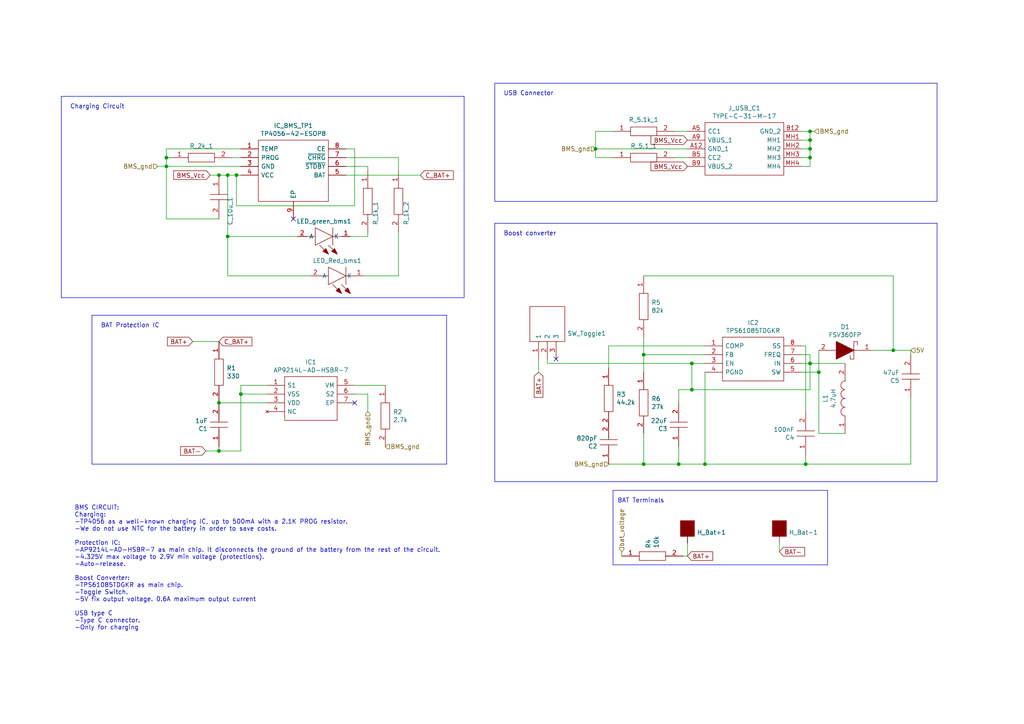
<source format=kicad_sch>
(kicad_sch (version 20231120) (generator "eeschema") (generator_version "8.0")
  (paper "A4")
  (title_block (title "BMS") (date "2024-01-03") (rev "V1.2") (company "Making Devices") (comment 1 "Rubén G.S."))
  (lib_symbols
    (symbol "Library_Loader:AP9214L-AN-HSBR-7" (pin_names (offset 0.762))
      (property "Reference" "IC" (at 21.59 7.62 0))
      (property "Value" "AP9214L-AN-HSBR-7" (at 21.59 5.08 0))
      (symbol "AP9214L-AN-HSBR-7_0_0"
        (pin passive line (at 0 0 0) (length 5.08) (name "S1") (number "1"))
        (pin passive line (at 0 -2.54 0) (length 5.08) (name "VSS") (number "2"))
        (pin passive line (at 0 -5.08 0) (length 5.08) (name "VDD") (number "3"))
        (pin no_connect line (at 0 -7.62 0) (length 5.08) (name "NC") (number "4"))
        (pin passive line (at 25.4 0 180) (length 5.08) (name "VM") (number "5"))
        (pin passive line (at 25.4 -2.54 180) (length 5.08) (name "S2") (number "6"))
        (pin passive line (at 25.4 -5.08 180) (length 5.08) (name "EP") (number "7"))
      )
      (symbol "AP9214L-AN-HSBR-7_0_1"
        (polyline (pts (xy 5.08 2.54) (xy 20.32 2.54) (xy 20.32 -10.16) (xy 5.08 -10.16) (xy 5.08 2.54)) (stroke (width 0.1524)))
      )
    )
    (symbol "Library_Loader:C0805C475M8RACTU" (pin_names (offset 0.762))
      (property "Reference" "C" (at 8.89 6.35 0))
      (property "Value" "C0805C475M8RACTU" (at 8.89 3.81 0))
      (symbol "C0805C475M8RACTU_0_0"
        (pin passive line (at 0 0 0) (length 5.08) (name "~") (number "1"))
        (pin passive line (at 12.7 0 180) (length 5.08) (name "~") (number "2"))
      )
      (symbol "C0805C475M8RACTU_0_1"
        (polyline (pts (xy 5.08 0) (xy 5.588 0)) (stroke (width 0.1524)))
        (polyline (pts (xy 5.588 2.54) (xy 5.588 -2.54)) (stroke (width 0.1524)))
        (polyline (pts (xy 7.112 0) (xy 7.62 0)) (stroke (width 0.1524)))
        (polyline (pts (xy 7.112 2.54) (xy 7.112 -2.54)) (stroke (width 0.1524)))
      )
    )
    (symbol "Library_Loader:ERJP6WF1303V" (pin_names (offset 0.762))
      (property "Reference" "R" (at 13.97 6.35 0))
      (property "Value" "ERJP6WF1303V" (at 13.97 3.81 0))
      (symbol "ERJP6WF1303V_0_0"
        (pin passive line (at 0 0 0) (length 5.08) (name "~") (number "1"))
        (pin passive line (at 17.78 0 180) (length 5.08) (name "~") (number "2"))
      )
      (symbol "ERJP6WF1303V_0_1"
        (polyline (pts (xy 5.08 1.27) (xy 12.7 1.27) (xy 12.7 -1.27) (xy 5.08 -1.27) (xy 5.08 1.27)) (stroke (width 0.1524)))
      )
    )
    (symbol "Library_Loader:FSV360FP" (pin_names (offset 0.762))
      (property "Reference" "D" (at 12.7 8.89 0))
      (property "Value" "FSV360FP" (at 12.7 6.35 0))
      (symbol "FSV360FP_0_0"
        (pin passive line (at 2.54 0 0) (length 2.54) (name "~") (number "1"))
        (pin passive line (at 17.78 0 180) (length 2.54) (name "~") (number "2"))
      )
      (symbol "FSV360FP_0_1"
        (polyline (pts (xy 5.08 0) (xy 7.62 0)) (stroke (width 0.1524)))
        (polyline (pts (xy 7.62 2.54) (xy 7.62 -2.54)) (stroke (width 0.1524)))
        (polyline (pts (xy 12.7 0) (xy 15.24 0)) (stroke (width 0.1524)))
        (polyline (pts (xy 7.62 -2.54) (xy 6.604 -2.54) (xy 6.604 -1.524)) (stroke (width 0.1524)))
        (polyline (pts (xy 7.62 2.54) (xy 8.636 2.54) (xy 8.636 1.524)) (stroke (width 0.1524)))
        (polyline (pts (xy 7.62 0) (xy 12.7 2.54) (xy 12.7 -2.54) (xy 7.62 0)) (stroke (width 0.254)) (fill (type outline)))
      )
    )
    (symbol "Library_Loader:SRN6045-4R7Y" (pin_names (offset 0.762))
      (property "Reference" "L" (at 16.51 6.35 0))
      (property "Value" "SRN6045-4R7Y" (at 16.51 3.81 0))
      (symbol "SRN6045-4R7Y_0_0"
        (pin passive line (at 0 0 0) (length 5.08) (name "~") (number "1"))
        (pin passive line (at 20.32 0 180) (length 5.08) (name "~") (number "2"))
      )
      (symbol "SRN6045-4R7Y_0_1"
        (arc (start 7.62 0) (mid 6.35 1.2202) (end 5.08 0) (stroke (width 0.1524)))
        (arc (start 10.16 0) (mid 8.89 1.2202) (end 7.62 0) (stroke (width 0.1524)))
        (arc (start 12.7 0) (mid 11.43 1.2202) (end 10.16 0) (stroke (width 0.1524)))
        (arc (start 15.24 0) (mid 13.97 1.2202) (end 12.7 0) (stroke (width 0.1524)))
      )
    )
    (symbol "Library_Loader:TPS61085TDGKR" (pin_names (offset 0.762))
      (property "Reference" "IC" (at 24.13 7.62 0))
      (property "Value" "TPS61085TDGKR" (at 24.13 5.08 0))
      (symbol "TPS61085TDGKR_0_0"
        (pin passive line (at 0 0 0) (length 5.08) (name "COMP") (number "1"))
        (pin passive line (at 0 -2.54 0) (length 5.08) (name "FB") (number "2"))
        (pin passive line (at 0 -5.08 0) (length 5.08) (name "EN") (number "3"))
        (pin passive line (at 0 -7.62 0) (length 5.08) (name "PGND") (number "4"))
        (pin passive line (at 27.94 -7.62 180) (length 5.08) (name "SW") (number "5"))
        (pin passive line (at 27.94 -5.08 180) (length 5.08) (name "IN") (number "6"))
        (pin passive line (at 27.94 -2.54 180) (length 5.08) (name "FREQ") (number "7"))
        (pin passive line (at 27.94 0 180) (length 5.08) (name "SS") (number "8"))
      )
      (symbol "TPS61085TDGKR_0_1"
        (polyline (pts (xy 5.08 2.54) (xy 22.86 2.54) (xy 22.86 -10.16) (xy 5.08 -10.16) (xy 5.08 2.54)) (stroke (width 0.1524)))
      )
    )
    (symbol "PicBytesMicro-rescue:GCG21BR71H154KA01K-SamacSys_Parts" (pin_names (offset 0.762))
      (property "Reference" "C" (at 8.89 6.35 0))
      (property "Value" "GCG21BR71H154KA01K-SamacSys_Parts" (at 8.89 3.81 0))
      (symbol "GCG21BR71H154KA01K-SamacSys_Parts_0_0"
        (pin passive line (at 0 0 0) (length 5.08) (name "~") (number "1"))
        (pin passive line (at 12.7 0 180) (length 5.08) (name "~") (number "2"))
      )
      (symbol "GCG21BR71H154KA01K-SamacSys_Parts_0_1"
        (polyline (pts (xy 5.08 0) (xy 5.588 0)) (stroke (width 0.1524)))
        (polyline (pts (xy 5.588 2.54) (xy 5.588 -2.54)) (stroke (width 0.1524)))
        (polyline (pts (xy 7.112 0) (xy 7.62 0)) (stroke (width 0.1524)))
        (polyline (pts (xy 7.112 2.54) (xy 7.112 -2.54)) (stroke (width 0.1524)))
      )
    )
    (symbol "PicBytesMicro-rescue:K3-1260D-L1-SamacSys_Parts" (pin_names (offset 0.762))
      (property "Reference" "S" (at 16.51 7.62 0))
      (property "Value" "K3-1260D-L1-SamacSys_Parts" (at 16.51 5.08 0))
      (symbol "K3-1260D-L1-SamacSys_Parts_0_0"
        (pin passive line (at 0 0 0) (length 5.08) (name "1") (number "1"))
        (pin passive line (at 0 -2.54 0) (length 5.08) (name "2") (number "2"))
        (pin passive line (at 0 -5.08 0) (length 5.08) (name "3") (number "3"))
      )
      (symbol "K3-1260D-L1-SamacSys_Parts_0_1"
        (polyline (pts (xy 5.08 2.54) (xy 15.24 2.54) (xy 15.24 -7.62) (xy 5.08 -7.62) (xy 5.08 2.54)) (stroke (width 0.1524)))
      )
    )
    (symbol "PicBytesMicro-rescue:KTR10EZPF4220-SamacSys_Parts" (pin_names (offset 0.762))
      (property "Reference" "R" (at 13.97 6.35 0))
      (property "Value" "KTR10EZPF4220-SamacSys_Parts" (at 13.97 3.81 0))
      (symbol "KTR10EZPF4220-SamacSys_Parts_0_0"
        (pin passive line (at 0 0 0) (length 5.08) (name "~") (number "1"))
        (pin passive line (at 17.78 0 180) (length 5.08) (name "~") (number "2"))
      )
      (symbol "KTR10EZPF4220-SamacSys_Parts_0_1"
        (polyline (pts (xy 5.08 1.27) (xy 12.7 1.27) (xy 12.7 -1.27) (xy 5.08 -1.27) (xy 5.08 1.27)) (stroke (width 0.1524)))
      )
    )
    (symbol "PicBytesMicro-rescue:LTST-C171GKT-SamacSys_Parts" (pin_names (offset 0.762))
      (property "Reference" "LED" (at 12.7 8.89 0))
      (property "Value" "LTST-C171GKT-SamacSys_Parts" (at 12.7 6.35 0))
      (symbol "LTST-C171GKT-SamacSys_Parts_0_0"
        (pin passive line (at 0 0 0) (length 2.54) (name "K") (number "1"))
        (pin passive line (at 15.24 0 180) (length 2.54) (name "A") (number "2"))
      )
      (symbol "LTST-C171GKT-SamacSys_Parts_0_1"
        (polyline (pts (xy 2.54 0) (xy 5.08 0)) (stroke (width 0.1524)))
        (polyline (pts (xy 5.08 2.54) (xy 5.08 -2.54)) (stroke (width 0.1524)))
        (polyline (pts (xy 6.35 2.54) (xy 3.81 5.08)) (stroke (width 0.1524)))
        (polyline (pts (xy 8.89 2.54) (xy 6.35 5.08)) (stroke (width 0.1524)))
        (polyline (pts (xy 10.16 0) (xy 12.7 0)) (stroke (width 0.1524)))
        (polyline (pts (xy 5.08 0) (xy 10.16 2.54) (xy 10.16 -2.54) (xy 5.08 0)) (stroke (width 0.1524)))
        (polyline (pts (xy 5.334 4.318) (xy 4.572 3.556) (xy 3.81 5.08) (xy 5.334 4.318)) (stroke (width 0.254)) (fill (type outline)))
        (polyline (pts (xy 7.874 4.318) (xy 7.112 3.556) (xy 6.35 5.08) (xy 7.874 4.318)) (stroke (width 0.254)) (fill (type outline)))
      )
    )
    (symbol "PicBytesMicro-rescue:MountingHole_Pad-User_library-SamacSys_Parts-HVolt_sub-system-FIT" (pin_numbers hide) (pin_names (offset 1.016) hide)
      (property "Reference" "H" (at 0 6.35 0))
      (property "Value" "MountingHole_Pad-User_library-SamacSys_Parts-HVolt_sub-system-FIT" (at 0 4.445 0))
      (symbol "MountingHole_Pad-User_library-SamacSys_Parts-HVolt_sub-system-FIT_0_1"
        (circle (center 0 1.27) (radius 1.27) (stroke (width 1.27)))
        (rectangle (start 2.032 -0.635) (end -2.032 3.937) (fill (type outline)))
      )
      (symbol "MountingHole_Pad-User_library-SamacSys_Parts-HVolt_sub-system-FIT_1_1"
        (pin input line (at 0 -2.54 90) (length 2.54) (name "1") (number "1"))
      )
    )
    (symbol "PicBytesMicro-rescue:TP4056-42-ESOP8-SamacSys_Parts" (pin_names (offset 0.762))
      (property "Reference" "IC" (at 26.67 7.62 0))
      (property "Value" "TP4056-42-ESOP8-SamacSys_Parts" (at 26.67 5.08 0))
      (symbol "TP4056-42-ESOP8-SamacSys_Parts_0_0"
        (pin passive line (at 0 0 0) (length 5.08) (name "TEMP") (number "1"))
        (pin passive line (at 0 -2.54 0) (length 5.08) (name "PROG") (number "2"))
        (pin passive line (at 0 -5.08 0) (length 5.08) (name "GND") (number "3"))
        (pin passive line (at 0 -7.62 0) (length 5.08) (name "VCC") (number "4"))
        (pin passive line (at 30.48 -7.62 180) (length 5.08) (name "BAT") (number "5"))
        (pin passive line (at 30.48 -5.08 180) (length 5.08) (name "~{STDBY}") (number "6"))
        (pin passive line (at 30.48 -2.54 180) (length 5.08) (name "~{CHRG}") (number "7"))
        (pin passive line (at 30.48 0 180) (length 5.08) (name "CE") (number "8"))
        (pin passive line (at 15.24 -20.32 90) (length 5.08) (name "EP") (number "9"))
      )
      (symbol "TP4056-42-ESOP8-SamacSys_Parts_0_1"
        (polyline (pts (xy 5.08 2.54) (xy 25.4 2.54) (xy 25.4 -15.24) (xy 5.08 -15.24) (xy 5.08 2.54)) (stroke (width 0.1524)))
      )
    )
    (symbol "PicBytesMicro-rescue:TYPE-C-31-M-17-SamacSys_Parts" (pin_names (offset 0.762))
      (property "Reference" "J" (at 29.21 7.62 0))
      (property "Value" "TYPE-C-31-M-17-SamacSys_Parts" (at 29.21 5.08 0))
      (symbol "TYPE-C-31-M-17-SamacSys_Parts_0_0"
        (pin passive line (at 0 -5.08 0) (length 5.08) (name "GND_1") (number "A12"))
        (pin passive line (at 0 0 0) (length 5.08) (name "CC1") (number "A5"))
        (pin passive line (at 0 -2.54 0) (length 5.08) (name "VBUS_1") (number "A9"))
        (pin passive line (at 33.02 0 180) (length 5.08) (name "GND_2") (number "B12"))
        (pin passive line (at 0 -7.62 0) (length 5.08) (name "CC2") (number "B5"))
        (pin passive line (at 0 -10.16 0) (length 5.08) (name "VBUS_2") (number "B9"))
        (pin passive line (at 33.02 -2.54 180) (length 5.08) (name "MH1") (number "MH1"))
        (pin passive line (at 33.02 -5.08 180) (length 5.08) (name "MH2") (number "MH2"))
        (pin passive line (at 33.02 -7.62 180) (length 5.08) (name "MH3") (number "MH3"))
        (pin passive line (at 33.02 -10.16 180) (length 5.08) (name "MH4") (number "MH4"))
      )
      (symbol "TYPE-C-31-M-17-SamacSys_Parts_0_1"
        (polyline (pts (xy 5.08 2.54) (xy 27.94 2.54) (xy 27.94 -12.7) (xy 5.08 -12.7) (xy 5.08 2.54)) (stroke (width 0.1524)))
      )
    )
  )
  (junction (at 66.04 50.8))
  (junction (at 196.85 134.62))
  (junction (at 233.68 134.62))
  (junction (at 63.5 130.81))
  (junction (at 204.47 134.62))
  (junction (at 186.69 102.87))
  (junction (at 234.95 43.18))
  (junction (at 48.26 45.72))
  (junction (at 172.72 43.18))
  (junction (at 234.95 40.64))
  (junction (at 234.95 105.41))
  (junction (at 63.5 116.84))
  (junction (at 186.69 134.62))
  (junction (at 237.49 107.95))
  (junction (at 69.85 114.3))
  (junction (at 234.95 45.72))
  (junction (at 48.26 48.26))
  (junction (at 63.5 50.8))
  (junction (at 200.66 113.03))
  (junction (at 200.66 105.41))
  (junction (at 234.95 38.1))
  (junction (at 68.58 50.8))
  (junction (at 66.04 68.58))
  (junction (at 259.08 101.6))
  (no_connect (at 161.29 104.14))
  (no_connect (at 102.87 116.84))
  (no_connect (at 85.09 63.5))
  (wire (pts (xy 200.66 113.03) (xy 200.66 105.41)))
  (wire (pts (xy 196.85 116.84) (xy 196.85 113.03)))
  (wire (pts (xy 63.5 99.06) (xy 55.88 99.06)))
  (wire (pts (xy 196.85 129.54) (xy 196.85 134.62)))
  (wire (pts (xy 234.95 45.72) (xy 234.95 48.26)))
  (wire (pts (xy 186.69 80.01) (xy 259.08 80.01)))
  (wire (pts (xy 259.08 101.6) (xy 252.73 101.6)))
  (polyline (pts (xy 143.51 64.77) (xy 143.51 139.7)))
  (wire (pts (xy 86.36 68.58) (xy 66.04 68.58)))
  (wire (pts (xy 48.26 48.26) (xy 45.72 48.26)))
  (wire (pts (xy 186.69 134.62) (xy 196.85 134.62)))
  (wire (pts (xy 196.85 113.03) (xy 200.66 113.03)))
  (wire (pts (xy 199.39 38.1) (xy 195.58 38.1)))
  (wire (pts (xy 233.68 134.62) (xy 264.16 134.62)))
  (wire (pts (xy 198.12 161.29) (xy 199.39 161.29)))
  (wire (pts (xy 236.22 38.1) (xy 234.95 38.1)))
  (wire (pts (xy 158.75 105.41) (xy 200.66 105.41)))
  (wire (pts (xy 234.95 38.1) (xy 232.41 38.1)))
  (wire (pts (xy 176.53 134.62) (xy 186.69 134.62)))
  (polyline (pts (xy 177.8 163.83) (xy 240.03 163.83)))
  (polyline (pts (xy 271.78 139.7) (xy 271.78 64.77)))
  (wire (pts (xy 115.57 80.01) (xy 105.41 80.01)))
  (wire (pts (xy 234.95 105.41) (xy 234.95 113.03)))
  (wire (pts (xy 69.85 43.18) (xy 48.26 43.18)))
  (wire (pts (xy 158.75 105.41) (xy 158.75 104.14)))
  (wire (pts (xy 69.85 130.81) (xy 63.5 130.81)))
  (wire (pts (xy 199.39 45.72) (xy 195.58 45.72)))
  (wire (pts (xy 100.33 45.72) (xy 115.57 45.72)))
  (polyline (pts (xy 17.78 86.36) (xy 134.62 86.36)))
  (wire (pts (xy 69.85 114.3) (xy 77.47 114.3)))
  (polyline (pts (xy 143.51 139.7) (xy 271.78 139.7)))
  (polyline (pts (xy 271.78 24.13) (xy 271.78 58.42)))
  (wire (pts (xy 233.68 100.33) (xy 232.41 100.33)))
  (wire (pts (xy 233.68 119.38) (xy 233.68 100.33)))
  (wire (pts (xy 115.57 45.72) (xy 115.57 49.53)))
  (polyline (pts (xy 129.54 134.62) (xy 26.67 134.62)))
  (wire (pts (xy 200.66 113.03) (xy 234.95 113.03)))
  (wire (pts (xy 186.69 107.95) (xy 186.69 102.87)))
  (wire (pts (xy 69.85 48.26) (xy 48.26 48.26)))
  (wire (pts (xy 196.85 134.62) (xy 204.47 134.62)))
  (polyline (pts (xy 240.03 142.24) (xy 177.8 142.24)))
  (wire (pts (xy 204.47 134.62) (xy 233.68 134.62)))
  (wire (pts (xy 204.47 102.87) (xy 186.69 102.87)))
  (wire (pts (xy 115.57 67.31) (xy 115.57 80.01)))
  (wire (pts (xy 172.72 38.1) (xy 172.72 43.18)))
  (wire (pts (xy 101.6 68.58) (xy 106.68 68.58)))
  (polyline (pts (xy 271.78 58.42) (xy 143.51 58.42)))
  (wire (pts (xy 176.53 100.33) (xy 176.53 106.68)))
  (wire (pts (xy 106.68 114.3) (xy 102.87 114.3)))
  (wire (pts (xy 106.68 49.53) (xy 106.68 48.26)))
  (wire (pts (xy 63.5 50.8) (xy 60.96 50.8)))
  (wire (pts (xy 106.68 48.26) (xy 100.33 48.26)))
  (wire (pts (xy 176.53 121.92) (xy 176.53 124.46)))
  (wire (pts (xy 66.04 68.58) (xy 66.04 80.01)))
  (polyline (pts (xy 17.78 27.94) (xy 17.78 86.36)))
  (wire (pts (xy 180.34 160.02) (xy 180.34 161.29)))
  (wire (pts (xy 204.47 107.95) (xy 204.47 134.62)))
  (wire (pts (xy 63.5 130.81) (xy 63.5 129.54)))
  (wire (pts (xy 234.95 40.64) (xy 234.95 43.18)))
  (wire (pts (xy 204.47 100.33) (xy 176.53 100.33)))
  (wire (pts (xy 259.08 80.01) (xy 259.08 101.6)))
  (wire (pts (xy 69.85 50.8) (xy 68.58 50.8)))
  (wire (pts (xy 172.72 45.72) (xy 172.72 43.18)))
  (wire (pts (xy 69.85 114.3) (xy 69.85 130.81)))
  (wire (pts (xy 232.41 48.26) (xy 234.95 48.26)))
  (wire (pts (xy 69.85 111.76) (xy 69.85 114.3)))
  (wire (pts (xy 49.53 45.72) (xy 48.26 45.72)))
  (wire (pts (xy 68.58 59.69) (xy 68.58 50.8)))
  (polyline (pts (xy 129.54 91.44) (xy 129.54 134.62)))
  (wire (pts (xy 186.69 97.79) (xy 186.69 102.87)))
  (polyline (pts (xy 26.67 91.44) (xy 129.54 91.44)))
  (wire (pts (xy 199.39 43.18) (xy 172.72 43.18)))
  (wire (pts (xy 48.26 63.5) (xy 48.26 48.26)))
  (polyline (pts (xy 134.62 27.94) (xy 134.62 86.36)))
  (wire (pts (xy 264.16 102.87) (xy 264.16 101.6)))
  (wire (pts (xy 234.95 105.41) (xy 232.41 105.41)))
  (wire (pts (xy 63.5 63.5) (xy 48.26 63.5)))
  (polyline (pts (xy 240.03 163.83) (xy 240.03 142.24)))
  (wire (pts (xy 226.06 160.02) (xy 226.06 157.48)))
  (wire (pts (xy 237.49 107.95) (xy 237.49 101.6)))
  (wire (pts (xy 234.95 102.87) (xy 234.95 105.41)))
  (wire (pts (xy 102.87 59.69) (xy 68.58 59.69)))
  (wire (pts (xy 59.69 130.81) (xy 63.5 130.81)))
  (wire (pts (xy 232.41 107.95) (xy 237.49 107.95)))
  (wire (pts (xy 200.66 105.41) (xy 204.47 105.41)))
  (wire (pts (xy 77.47 111.76) (xy 69.85 111.76)))
  (wire (pts (xy 66.04 50.8) (xy 63.5 50.8)))
  (wire (pts (xy 232.41 40.64) (xy 234.95 40.64)))
  (polyline (pts (xy 271.78 64.77) (xy 143.51 64.77)))
  (polyline (pts (xy 143.51 24.13) (xy 271.78 24.13)))
  (wire (pts (xy 264.16 115.57) (xy 264.16 134.62)))
  (wire (pts (xy 237.49 107.95) (xy 237.49 125.73)))
  (wire (pts (xy 66.04 68.58) (xy 66.04 50.8)))
  (polyline (pts (xy 134.62 27.94) (xy 17.78 27.94)))
  (wire (pts (xy 233.68 132.08) (xy 233.68 134.62)))
  (wire (pts (xy 102.87 43.18) (xy 102.87 59.69)))
  (wire (pts (xy 68.58 50.8) (xy 66.04 50.8)))
  (wire (pts (xy 106.68 119.38) (xy 106.68 114.3)))
  (polyline (pts (xy 143.51 58.42) (xy 143.51 24.13)))
  (wire (pts (xy 111.76 111.76) (xy 102.87 111.76)))
  (wire (pts (xy 48.26 43.18) (xy 48.26 45.72)))
  (wire (pts (xy 232.41 102.87) (xy 234.95 102.87)))
  (polyline (pts (xy 26.67 134.62) (xy 26.67 91.44)))
  (wire (pts (xy 67.31 45.72) (xy 69.85 45.72)))
  (wire (pts (xy 264.16 101.6) (xy 259.08 101.6)))
  (wire (pts (xy 237.49 125.73) (xy 245.11 125.73)))
  (wire (pts (xy 177.8 45.72) (xy 172.72 45.72)))
  (polyline (pts (xy 177.8 142.24) (xy 177.8 163.83)))
  (wire (pts (xy 245.11 105.41) (xy 234.95 105.41)))
  (wire (pts (xy 234.95 38.1) (xy 234.95 40.64)))
  (wire (pts (xy 100.33 43.18) (xy 102.87 43.18)))
  (wire (pts (xy 186.69 125.73) (xy 186.69 134.62)))
  (wire (pts (xy 156.21 104.14) (xy 156.21 107.95)))
  (wire (pts (xy 234.95 43.18) (xy 234.95 45.72)))
  (wire (pts (xy 177.8 38.1) (xy 172.72 38.1)))
  (wire (pts (xy 77.47 116.84) (xy 63.5 116.84)))
  (wire (pts (xy 48.26 45.72) (xy 48.26 48.26)))
  (wire (pts (xy 106.68 68.58) (xy 106.68 67.31)))
  (wire (pts (xy 232.41 43.18) (xy 234.95 43.18)))
  (wire (pts (xy 199.39 161.29) (xy 199.39 157.48)))
  (wire (pts (xy 232.41 45.72) (xy 234.95 45.72)))
  (wire (pts (xy 90.17 80.01) (xy 66.04 80.01)))
  (wire (pts (xy 100.33 50.8) (xy 121.92 50.8)))
  (text "Boost converter" (at 146.05 68.58 0) (effects (font (size 1.27 1.27)) (justify left bottom)))
  (text "BMS CIRCUIT:\nCharging:\n-TP4056 as a well-known charging IC, up to 500mA with a 2.1K PROG resistor.\n-We do not use NTC for the battery in order to save costs.\n\nProtection IC:\n-AP9214L-AD-HSBR-7 as main chip. It disconnects the ground of the battery from the rest of the circuit.\n-4.325V max voltage to 2.9V min voltage (protections).\n-Auto-release. \n\nBoost Converter:\n-TPS61085TDGKR as main chip. \n-Toggle Switch.\n-5V fix output voltage. 0.6A maximum output current \n\nUSB type C \n-Type C connector.\n-Only for charging" (at 21.59 182.88 0) (effects (font (size 1.27 1.27)) (justify left bottom)))
  (text "BAT Protection IC" (at 29.21 95.25 0) (effects (font (size 1.27 1.27)) (justify left bottom)))
  (text "USB Connector\n" (at 146.05 27.94 0) (effects (font (size 1.27 1.27)) (justify left bottom)))
  (text "BAT Terminals" (at 179.07 146.05 0) (effects (font (size 1.27 1.27)) (justify left bottom)))
  (text "Charging Circuit" (at 20.32 31.75 0) (effects (font (size 1.27 1.27)) (justify left bottom)))
  (global_label "BAT-" (shape input) (at 59.69 130.81 180) (property "Intersheetrefs" "${INTERSHEET_REFS}" (effects (hide yes))))
  (global_label "BAT+" (shape input) (at 199.39 161.29 0) (property "Intersheetrefs" "${INTERSHEET_REFS}" (effects (hide yes))))
  (global_label "BAT-" (shape input) (at 226.06 160.02 0) (property "Intersheetrefs" "${INTERSHEET_REFS}" (effects (hide yes))))
  (global_label "C_BAT+" (shape input) (at 63.5 99.06 0) (property "Intersheetrefs" "${INTERSHEET_REFS}" (effects (hide yes))))
  (global_label "C_BAT+" (shape input) (at 121.92 50.8 0) (property "Intersheetrefs" "${INTERSHEET_REFS}" (effects (hide yes))))
  (global_label "BAT+" (shape input) (at 55.88 99.06 180) (property "Intersheetrefs" "${INTERSHEET_REFS}" (effects (hide yes))))
  (global_label "BMS_Vcc" (shape input) (at 199.39 48.26 180) (property "Intersheetrefs" "${INTERSHEET_REFS}" (effects (hide yes))))
  (global_label "BMS_Vcc" (shape input) (at 60.96 50.8 180) (property "Intersheetrefs" "${INTERSHEET_REFS}" (effects (hide yes))))
  (global_label "BAT+" (shape input) (at 156.21 107.95 270) (property "Intersheetrefs" "${INTERSHEET_REFS}" (effects (hide yes))))
  (global_label "BMS_Vcc" (shape input) (at 199.39 40.64 180) (property "Intersheetrefs" "${INTERSHEET_REFS}" (effects (hide yes))))
  (hierarchical_label "BMS_gnd" (shape input) (at 236.22 38.1 0))
  (hierarchical_label "5V" (shape input) (at 264.16 101.6 0))
  (hierarchical_label "BMS_gnd" (shape input) (at 106.68 119.38 270))
  (hierarchical_label "BMS_gnd" (shape input) (at 111.76 129.54 0))
  (hierarchical_label "bat_voltage" (shape input) (at 180.34 160.02 90))
  (hierarchical_label "BMS_gnd" (shape input) (at 172.72 43.18 180))
  (hierarchical_label "BMS_gnd" (shape input) (at 45.72 48.26 180))
  (hierarchical_label "BMS_gnd" (shape input) (at 176.53 134.62 180))
  (symbol (lib_id "PicBytesMicro-rescue:TP4056-42-ESOP8-SamacSys_Parts") (at 69.85 43.18 0) (unit 1)
    (property "Reference" "IC_BMS_TP1" (at 85.09 36.449 0))
    (property "Value" "TP4056-42-ESOP8" (at 85.09 38.7604 0))
    (property "Footprint" "SOIC127P600X175-9N" (effects (hide yes)))
    (property "Datasheet" "https://datasheet.lcsc.com/szlcsc/1906261508_Nanjing-Extension-Microelectronics-TP4056-42-ESOP8_C16581.pdf" (effects (hide yes)))
    (property "Description" "PMIC - Battery Management ESOP-8 RoHS" (effects (hide yes)))
    (property "Height" "1.75" (effects (hide yes)))
    (property "Manufacturer_Name" "Nanjing Extension Microelectronics" (effects (hide yes)))
    (property "Manufacturer_Part_Number" "TP4056-42-ESOP8" (effects (hide yes)))
  )
  (symbol (lib_id "PicBytesMicro-rescue:KTR10EZPF4220-SamacSys_Parts") (at 49.53 45.72 0) (unit 1)
    (property "Reference" "R_2k_1" (at 58.42 42.3418 0))
    (property "Value" "KTR10EZPF4220" (effects (hide yes)))
    (property "Footprint" "RESC2012X65N" (effects (hide yes)))
    (property "Datasheet" "http://rohmfs.rohm.com/en/products/databook/datasheet/passive/resistor/chip_resistor/ktr.pdf" (effects (hide yes)))
    (property "Description" "ROHM 0805 Resistor Chip" (effects (hide yes)))
    (property "Height" "0.65" (effects (hide yes)))
    (property "Manufacturer_Name" "ROHM Semiconductor" (effects (hide yes)))
    (property "Manufacturer_Part_Number" "KTR10EZPF4220" (effects (hide yes)))
  )
  (symbol (lib_id "PicBytesMicro-rescue:TYPE-C-31-M-17-SamacSys_Parts") (at 199.39 38.1 0) (unit 1)
    (property "Reference" "J_USB_C1" (at 215.9 31.369 0))
    (property "Value" "TYPE-C-31-M-17" (at 215.9 33.6804 0))
    (property "Footprint" "TYPEC31M17" (effects (hide yes)))
    (property "Datasheet" "https://datasheet.lcsc.com/szlcsc/1903211732_Korean-Hroparts-Elec-TYPE-C-31-M-17_C283540.pdf" (effects (hide yes)))
    (property "Description" "USB Connectors 6 Receptacle 1 RoHS" (effects (hide yes)))
    (property "Height" "3.26" (effects (hide yes)))
    (property "Manufacturer_Name" "Korean Hroparts Elec" (effects (hide yes)))
    (property "Manufacturer_Part_Number" "TYPE-C-31-M-17" (effects (hide yes)))
  )
  (symbol (lib_id "PicBytesMicro-rescue:GCG21BR71H154KA01K-SamacSys_Parts") (at 63.5 50.8 270) (unit 1)
    (property "Reference" "C_10u_1" (at 66.7512 57.15 0) (effects (justify left)))
    (property "Value" "GCG21BR71H154KA01K" (effects (hide yes)))
    (property "Footprint" "CAPC2012X145N" (effects (hide yes)))
    (property "Datasheet" "https://psearch.en.murata.com/capacitor/product/GCG21BR71H154KA01%23.html" (effects (hide yes)))
    (property "Description" "Capacitor L=2.0mm W=1.25mm T=1.25mm" (effects (hide yes)))
    (property "Height" "1.45" (effects (hide yes)))
    (property "Manufacturer_Name" "Murata Electronics" (effects (hide yes)))
    (property "Manufacturer_Part_Number" "GCG21BR71H154KA01K" (effects (hide yes)))
  )
  (symbol (lib_id "PicBytesMicro-rescue:KTR10EZPF4220-SamacSys_Parts") (at 177.8 38.1 0) (unit 1)
    (property "Reference" "R_5.1k_1" (at 186.69 34.7218 0))
    (property "Value" "KTR10EZPF4220" (effects (hide yes)))
    (property "Footprint" "RESC2012X65N" (effects (hide yes)))
    (property "Datasheet" "http://rohmfs.rohm.com/en/products/databook/datasheet/passive/resistor/chip_resistor/ktr.pdf" (effects (hide yes)))
    (property "Description" "ROHM 0805 Resistor Chip" (effects (hide yes)))
    (property "Height" "0.65" (effects (hide yes)))
    (property "Manufacturer_Name" "ROHM Semiconductor" (effects (hide yes)))
    (property "Manufacturer_Part_Number" "KTR10EZPF4220" (effects (hide yes)))
  )
  (symbol (lib_id "PicBytesMicro-rescue:KTR10EZPF4220-SamacSys_Parts") (at 177.8 45.72 0) (unit 1)
    (property "Reference" "R_5.1_1" (at 186.69 42.3418 0))
    (property "Value" "KTR10EZPF4220" (effects (hide yes)))
    (property "Footprint" "RESC2012X65N" (effects (hide yes)))
    (property "Datasheet" "http://rohmfs.rohm.com/en/products/databook/datasheet/passive/resistor/chip_resistor/ktr.pdf" (effects (hide yes)))
    (property "Description" "ROHM 0805 Resistor Chip" (effects (hide yes)))
    (property "Height" "0.65" (effects (hide yes)))
    (property "Manufacturer_Name" "ROHM Semiconductor" (effects (hide yes)))
    (property "Manufacturer_Part_Number" "KTR10EZPF4220" (effects (hide yes)))
  )
  (symbol (lib_id "PicBytesMicro-rescue:KTR10EZPF4220-SamacSys_Parts") (at 106.68 49.53 270) (unit 1)
    (property "Reference" "R_1k_1" (at 108.9152 58.42 0) (effects (justify left)))
    (property "Value" "KTR10EZPF4220" (effects (hide yes)))
    (property "Footprint" "RESC2012X65N" (effects (hide yes)))
    (property "Datasheet" "http://rohmfs.rohm.com/en/products/databook/datasheet/passive/resistor/chip_resistor/ktr.pdf" (effects (hide yes)))
    (property "Description" "ROHM 0805 Resistor Chip" (effects (hide yes)))
    (property "Height" "0.65" (effects (hide yes)))
    (property "Manufacturer_Name" "ROHM Semiconductor" (effects (hide yes)))
    (property "Manufacturer_Part_Number" "KTR10EZPF4220" (effects (hide yes)))
  )
  (symbol (lib_id "PicBytesMicro-rescue:KTR10EZPF4220-SamacSys_Parts") (at 115.57 49.53 270) (unit 1)
    (property "Reference" "R_1k_2" (at 117.8052 58.42 0) (effects (justify left)))
    (property "Value" "KTR10EZPF4220" (effects (hide yes)))
    (property "Footprint" "RESC2012X65N" (effects (hide yes)))
    (property "Datasheet" "http://rohmfs.rohm.com/en/products/databook/datasheet/passive/resistor/chip_resistor/ktr.pdf" (effects (hide yes)))
    (property "Description" "ROHM 0805 Resistor Chip" (effects (hide yes)))
    (property "Height" "0.65" (effects (hide yes)))
    (property "Manufacturer_Name" "ROHM Semiconductor" (effects (hide yes)))
    (property "Manufacturer_Part_Number" "KTR10EZPF4220" (effects (hide yes)))
  )
  (symbol (lib_id "PicBytesMicro-rescue:LTST-C171GKT-SamacSys_Parts") (at 101.6 68.58 180) (unit 1)
    (property "Reference" "LED_green_bms1" (at 93.98 64.1858 0))
    (property "Value" "LTST-C171GKT" (effects (hide yes)))
    (property "Footprint" "LEDC2012X90N" (effects (hide yes)))
    (property "Datasheet" "http://uk.rs-online.com/web/p/products/6920935P" (effects (hide yes)))
    (property "Description" "Lite-On LTST-C171GKT, CHIPLED 0805 569 nm Green LED, 2012 (0805) SMD package" (effects (hide yes)))
    (property "Height" "0.9" (effects (hide yes)))
    (property "RS Part Number" "6920935P" (effects (hide yes)))
    (property "RS Price/Stock" "http://uk.rs-online.com/web/p/products/6920935P" (effects (hide yes)))
    (property "Manufacturer_Name" "Lite-On" (effects (hide yes)))
    (property "Manufacturer_Part_Number" "LTST-C171GKT" (effects (hide yes)))
  )
  (symbol (lib_id "PicBytesMicro-rescue:LTST-C171GKT-SamacSys_Parts") (at 105.41 80.01 180) (unit 1)
    (property "Reference" "LED_Red_bms1" (at 97.79 75.6158 0))
    (property "Value" "LTST-C171GKT" (effects (hide yes)))
    (property "Footprint" "LEDC2012X90N" (effects (hide yes)))
    (property "Datasheet" "http://uk.rs-online.com/web/p/products/6920935P" (effects (hide yes)))
    (property "Description" "Lite-On LTST-C171GKT, CHIPLED 0805 569 nm Green LED, 2012 (0805) SMD package" (effects (hide yes)))
    (property "Height" "0.9" (effects (hide yes)))
    (property "RS Part Number" "6920935P" (effects (hide yes)))
    (property "RS Price/Stock" "http://uk.rs-online.com/web/p/products/6920935P" (effects (hide yes)))
    (property "Manufacturer_Name" "Lite-On" (effects (hide yes)))
    (property "Manufacturer_Part_Number" "LTST-C171GKT" (effects (hide yes)))
  )
  (symbol (lib_id "PicBytesMicro-rescue:K3-1260D-L1-SamacSys_Parts") (at 156.21 104.14 90) (unit 1)
    (property "Reference" "SW_Toggle1" (at 164.5412 96.7232 90) (effects (justify right)))
    (property "Value" "K3-1260D-L1" (effects (hide yes)))
    (property "Footprint" "K31260DL1" (effects (hide yes)))
    (property "Datasheet" "https://datasheet.lcsc.com/szlcsc/Korean-Hroparts-Elec-K3-1260D-L1_C92657.pdf" (effects (hide yes)))
    (property "Description" "Toggle Switches Plugin RoHS" (effects (hide yes)))
    (property "Height" "3.7" (effects (hide yes)))
    (property "Manufacturer_Name" "Korean Hroparts Elec" (effects (hide yes)))
    (property "Manufacturer_Part_Number" "K3-1260D-L1" (effects (hide yes)))
  )
  (symbol (lib_id "PicBytesMicro-rescue:MountingHole_Pad-User_library-SamacSys_Parts-HVolt_sub-system-FIT") (at 199.39 154.94 0) (unit 1)
    (property "Reference" "H_Bat+1" (at 202.1332 154.432 0) (effects (justify left)))
    (property "Value" "MountingHole_Pad-User_library-SamacSys_Parts" (effects (hide yes)))
    (property "Footprint" "User:Mounting-Pad" (effects (hide yes)))
  )
  (symbol (lib_id "PicBytesMicro-rescue:MountingHole_Pad-User_library-SamacSys_Parts-HVolt_sub-system-FIT") (at 226.06 154.94 0) (unit 1)
    (property "Reference" "H_Bat-1" (at 228.8032 154.432 0) (effects (justify left)))
    (property "Value" "MountingHole_Pad-User_library-SamacSys_Parts" (effects (hide yes)))
    (property "Footprint" "User:Mounting-Pad" (effects (hide yes)))
  )
  (symbol (lib_id "Library_Loader:ERJP6WF1303V") (at 111.76 111.76 270) (unit 1)
    (property "Reference" "R2" (at 113.9952 119.4816 90) (effects (justify left)))
    (property "Value" "2.7k" (at 113.9952 121.793 90) (effects (justify left)))
    (property "Footprint" "RESC2012X75N" (effects (hide yes)))
    (property "Datasheet" "http://uk.rs-online.com/web/p/products/7708607P" (effects (hide yes)))
    (property "Description" "Panasonic ERJP6W Series Thick Film Surface Mount Fixed Resistor 0805 Case 130k +/-1% 0.5W +/-200ppm/C" (effects (hide yes)))
    (property "Height" "0.75" (effects (hide yes)))
    (property "RS Part Number" "7708607P" (effects (hide yes)))
    (property "RS Price/Stock" "http://uk.rs-online.com/web/p/products/7708607P" (effects (hide yes)))
    (property "Manufacturer_Name" "Panasonic" (effects (hide yes)))
    (property "Manufacturer_Part_Number" "ERJP6WF1303V" (effects (hide yes)))
    (instances (project "PicBytesMicro" (path "" (reference "R2") (unit 1))) (project "SolarCharger" (path "" (reference "R6") (unit 1))))
  )
  (symbol (lib_id "Library_Loader:ERJP6WF1303V") (at 176.53 106.68 270) (unit 1)
    (property "Reference" "R3" (at 178.7652 114.4016 90) (effects (justify left)))
    (property "Value" "44.2k" (at 178.7652 116.713 90) (effects (justify left)))
    (property "Footprint" "RESC2012X75N" (effects (hide yes)))
    (property "Datasheet" "http://uk.rs-online.com/web/p/products/7708607P" (effects (hide yes)))
    (property "Description" "Panasonic ERJP6W Series Thick Film Surface Mount Fixed Resistor 0805 Case 130k +/-1% 0.5W +/-200ppm/C" (effects (hide yes)))
    (property "Height" "0.75" (effects (hide yes)))
    (property "RS Part Number" "7708607P" (effects (hide yes)))
    (property "RS Price/Stock" "http://uk.rs-online.com/web/p/products/7708607P" (effects (hide yes)))
    (property "Manufacturer_Name" "Panasonic" (effects (hide yes)))
    (property "Manufacturer_Part_Number" "ERJP6WF1303V" (effects (hide yes)))
    (instances (project "PicBytesMicro" (path "" (reference "R3") (unit 1))) (project "SolarCharger" (path "" (reference "R?") (unit 1))))
  )
  (symbol (lib_id "Library_Loader:ERJP6WF1303V") (at 186.69 107.95 270) (unit 1)
    (property "Reference" "R6" (at 188.9252 115.6716 90) (effects (justify left)))
    (property "Value" "27k" (at 188.9252 117.983 90) (effects (justify left)))
    (property "Footprint" "RESC2012X75N" (effects (hide yes)))
    (property "Datasheet" "http://uk.rs-online.com/web/p/products/7708607P" (effects (hide yes)))
    (property "Description" "Panasonic ERJP6W Series Thick Film Surface Mount Fixed Resistor 0805 Case 130k +/-1% 0.5W +/-200ppm/C" (effects (hide yes)))
    (property "Height" "0.75" (effects (hide yes)))
    (property "RS Part Number" "7708607P" (effects (hide yes)))
    (property "RS Price/Stock" "http://uk.rs-online.com/web/p/products/7708607P" (effects (hide yes)))
    (property "Manufacturer_Name" "Panasonic" (effects (hide yes)))
    (property "Manufacturer_Part_Number" "ERJP6WF1303V" (effects (hide yes)))
    (instances (project "PicBytesMicro" (path "" (reference "R6") (unit 1))) (project "SolarCharger" (path "" (reference "R?") (unit 1))))
  )
  (symbol (lib_id "Library_Loader:C0805C475M8RACTU") (at 233.68 132.08 90) (unit 1)
    (property "Reference" "C4" (at 230.4288 126.8984 90) (effects (justify left)))
    (property "Value" "100nF" (at 230.4288 124.587 90) (effects (justify left)))
    (property "Footprint" "CAPC2012X140N" (effects (hide yes)))
    (property "Datasheet" "https://datasheet.datasheetarchive.com/originals/distributors/Datasheets-DGA8/2444426.pdf" (effects (hide yes)))
    (property "Description" "Cap Ceramic 4.7uF 10V X7R 20% Pad SMD 0805 125C T/R" (effects (hide yes)))
    (property "Height" "1.4" (effects (hide yes)))
    (property "Manufacturer_Name" "Kemet" (effects (hide yes)))
    (property "Manufacturer_Part_Number" "C0805C475M8RACTU" (effects (hide yes)))
    (instances (project "PicBytesMicro" (path "" (reference "C4") (unit 1))) (project "SolarCharger" (path "" (reference "C?") (unit 1))))
  )
  (symbol (lib_id "Library_Loader:FSV360FP") (at 255.27 101.6 180) (unit 1)
    (property "Reference" "D1" (at 245.11 94.8182 0))
    (property "Value" "FSV360FP" (at 245.11 97.1296 0))
    (property "Footprint" "SS12FP" (effects (hide yes)))
    (property "Datasheet" "https://datasheet.datasheetarchive.com/originals/distributors/DKDS-30/584853.pdf" (effects (hide yes)))
    (property "Description" "Schottky Diodes & Rectifiers 60V 3A Schottky Barrier Rectifier" (effects (hide yes)))
    (property "Height" "1" (effects (hide yes)))
    (property "Mouser Part Number" "512-FSV360FP" (effects (hide yes)))
    (property "Mouser Price/Stock" "https://www.mouser.co.uk/ProductDetail/ON-Semiconductor-Fairchild/FSV360FP?qs=tqW9UTzndZzmC5MffD9P5Q%3D%3D" (effects (hide yes)))
    (property "Manufacturer_Name" "ON Semiconductor" (effects (hide yes)))
    (property "Manufacturer_Part_Number" "FSV360FP" (effects (hide yes)))
    (instances (project "PicBytesMicro" (path "" (reference "D1") (unit 1))) (project "SolarCharger" (path "" (reference "D?") (unit 1))))
  )
  (symbol (lib_id "Library_Loader:C0805C475M8RACTU") (at 63.5 129.54 90) (unit 1)
    (property "Reference" "C1" (at 60.2488 124.3584 90) (effects (justify left)))
    (property "Value" "1uF" (at 60.2488 122.047 90) (effects (justify left)))
    (property "Footprint" "CAPC2012X140N" (effects (hide yes)))
    (property "Datasheet" "https://datasheet.datasheetarchive.com/originals/distributors/Datasheets-DGA8/2444426.pdf" (effects (hide yes)))
    (property "Description" "Cap Ceramic 4.7uF 10V X7R 20% Pad SMD 0805 125C T/R" (effects (hide yes)))
    (property "Height" "1.4" (effects (hide yes)))
    (property "Manufacturer_Name" "Kemet" (effects (hide yes)))
    (property "Manufacturer_Part_Number" "C0805C475M8RACTU" (effects (hide yes)))
    (instances (project "PicBytesMicro" (path "" (reference "C1") (unit 1))) (project "SolarCharger" (path "" (reference "C2") (unit 1))))
  )
  (symbol (lib_id "Library_Loader:ERJP6WF1303V") (at 186.69 80.01 270) (unit 1)
    (property "Reference" "R5" (at 188.9252 87.7316 90) (effects (justify left)))
    (property "Value" "82k" (at 188.9252 90.043 90) (effects (justify left)))
    (property "Footprint" "RESC2012X75N" (effects (hide yes)))
    (property "Datasheet" "http://uk.rs-online.com/web/p/products/7708607P" (effects (hide yes)))
    (property "Description" "Panasonic ERJP6W Series Thick Film Surface Mount Fixed Resistor 0805 Case 130k +/-1% 0.5W +/-200ppm/C" (effects (hide yes)))
    (property "Height" "0.75" (effects (hide yes)))
    (property "RS Part Number" "7708607P" (effects (hide yes)))
    (property "RS Price/Stock" "http://uk.rs-online.com/web/p/products/7708607P" (effects (hide yes)))
    (property "Manufacturer_Name" "Panasonic" (effects (hide yes)))
    (property "Manufacturer_Part_Number" "ERJP6WF1303V" (effects (hide yes)))
    (instances (project "PicBytesMicro" (path "" (reference "R5") (unit 1))) (project "SolarCharger" (path "" (reference "R?") (unit 1))))
  )
  (symbol (lib_id "Library_Loader:AP9214L-AN-HSBR-7") (at 77.47 111.76 0) (unit 1)
    (property "Reference" "IC1" (at 90.17 105.029 0))
    (property "Value" "AP9214L-AD-HSBR-7" (at 90.17 107.3404 0))
    (property "Footprint" "AP9214LANHSBR7" (effects (hide yes)))
    (property "Datasheet" "https://www.diodes.com/assets/Datasheets/AP9214L.pdf" (effects (hide yes)))
    (property "Description" "Battery Management 1-Cell IC Protection N-Ch w/ Auto Wake" (effects (hide yes)))
    (property "Height" "0.6" (effects (hide yes)))
    (property "Mouser Part Number" "621-AP9214L-AN-HSBR7" (effects (hide yes)))
    (property "Mouser Price/Stock" "https://www.mouser.co.uk/ProductDetail/Diodes-Incorporated/AP9214L-AN-HSBR-7?qs=icAhCOE9Tbjpe%252BsX8QE8Tw%3D%3D" (effects (hide yes)))
    (property "Manufacturer_Name" "Diodes Inc." (effects (hide yes)))
    (property "Manufacturer_Part_Number" "AP9214L-AN-HSBR-7" (effects (hide yes)))
    (instances (project "PicBytesMicro" (path "" (reference "IC1") (unit 1))) (project "SolarCharger" (path "" (reference "IC2") (unit 1))))
  )
  (symbol (lib_id "Library_Loader:ERJP6WF1303V") (at 180.34 161.29 0) (unit 1)
    (property "Reference" "R4" (at 188.0616 159.0548 90) (effects (justify left)))
    (property "Value" "10k" (at 190.373 159.0548 90) (effects (justify left)))
    (property "Footprint" "RESC2012X75N" (effects (hide yes)))
    (property "Datasheet" "http://uk.rs-online.com/web/p/products/7708607P" (effects (hide yes)))
    (property "Description" "Panasonic ERJP6W Series Thick Film Surface Mount Fixed Resistor 0805 Case 130k +/-1% 0.5W +/-200ppm/C" (effects (hide yes)))
    (property "Height" "0.75" (effects (hide yes)))
    (property "RS Part Number" "7708607P" (effects (hide yes)))
    (property "RS Price/Stock" "http://uk.rs-online.com/web/p/products/7708607P" (effects (hide yes)))
    (property "Manufacturer_Name" "Panasonic" (effects (hide yes)))
    (property "Manufacturer_Part_Number" "ERJP6WF1303V" (effects (hide yes)))
    (instances (project "PicBytesMicro" (path "" (reference "R4") (unit 1))) (project "SolarCharger" (path "" (reference "R?") (unit 1))))
  )
  (symbol (lib_id "Library_Loader:SRN6045-4R7Y") (at 245.11 125.73 90) (unit 1)
    (property "Reference" "L1" (at 239.395 115.57 0))
    (property "Value" "4.7uH" (at 241.7064 115.57 0))
    (property "Footprint" "SRN6045_1" (effects (hide yes)))
    (property "Datasheet" "https://www.bourns.com/data/global/pdfs/SRN6045.pdf" (effects (hide yes)))
    (property "Description" "Power Inductor semi-shielded SMD 4.7uH Bourns SRN6045 Series Shielded Wire-wound SMD Inductor with a Ferrite Core, 4.7 uH +/-30% 4A Idc" (effects (hide yes)))
    (property "Mouser Part Number" "652-SRN6045-4R7Y" (effects (hide yes)))
    (property "Mouser Price/Stock" "https://www.mouser.co.uk/ProductDetail/Bourns/SRN6045-4R7Y?qs=opBjA1TV902tB4tumIiZhg%3D%3D" (effects (hide yes)))
    (property "Manufacturer_Name" "Bourns" (effects (hide yes)))
    (property "Manufacturer_Part_Number" "SRN6045-4R7Y" (effects (hide yes)))
    (instances (project "PicBytesMicro" (path "" (reference "L1") (unit 1))) (project "SolarCharger" (path "" (reference "L?") (unit 1))))
  )
  (symbol (lib_id "Library_Loader:C0805C475M8RACTU") (at 264.16 115.57 90) (unit 1)
    (property "Reference" "C5" (at 260.9088 110.3884 90) (effects (justify left)))
    (property "Value" "47uF" (at 260.9088 108.077 90) (effects (justify left)))
    (property "Footprint" "CAPC2012X140N" (effects (hide yes)))
    (property "Datasheet" "https://datasheet.datasheetarchive.com/originals/distributors/Datasheets-DGA8/2444426.pdf" (effects (hide yes)))
    (property "Description" "Cap Ceramic 4.7uF 10V X7R 20% Pad SMD 0805 125C T/R" (effects (hide yes)))
    (property "Height" "1.4" (effects (hide yes)))
    (property "Manufacturer_Name" "Kemet" (effects (hide yes)))
    (property "Manufacturer_Part_Number" "C0805C475M8RACTU" (effects (hide yes)))
    (instances (project "PicBytesMicro" (path "" (reference "C5") (unit 1))) (project "SolarCharger" (path "" (reference "C?") (unit 1))))
  )
  (symbol (lib_id "Library_Loader:C0805C475M8RACTU") (at 196.85 129.54 90) (unit 1)
    (property "Reference" "C3" (at 193.5988 124.3584 90) (effects (justify left)))
    (property "Value" "22uF" (at 193.5988 122.047 90) (effects (justify left)))
    (property "Footprint" "CAPC2012X140N" (effects (hide yes)))
    (property "Datasheet" "https://datasheet.datasheetarchive.com/originals/distributors/Datasheets-DGA8/2444426.pdf" (effects (hide yes)))
    (property "Description" "Cap Ceramic 4.7uF 10V X7R 20% Pad SMD 0805 125C T/R" (effects (hide yes)))
    (property "Height" "1.4" (effects (hide yes)))
    (property "Manufacturer_Name" "Kemet" (effects (hide yes)))
    (property "Manufacturer_Part_Number" "C0805C475M8RACTU" (effects (hide yes)))
    (instances (project "PicBytesMicro" (path "" (reference "C3") (unit 1))) (project "SolarCharger" (path "" (reference "C?") (unit 1))))
  )
  (symbol (lib_id "Library_Loader:TPS61085TDGKR") (at 204.47 100.33 0) (unit 1)
    (property "Reference" "IC2" (at 218.44 93.599 0))
    (property "Value" "TPS61085TDGKR" (at 218.44 95.9104 0))
    (property "Footprint" "SOP65P490X110-8N" (effects (hide yes)))
    (property "Datasheet" "http://www.ti.com/lit/gpn/tps61085t" (effects (hide yes)))
    (property "Description" "18.5V, 2A, 650kHz, 1.2MHz Step-Up DC-DC Converter with Forced PWM Mode (extended temp range)" (effects (hide yes)))
    (property "Height" "1.1" (effects (hide yes)))
    (property "Mouser Part Number" "595-TPS61085TDGKR" (effects (hide yes)))
    (property "Mouser Price/Stock" "https://www.mouser.co.uk/ProductDetail/Texas-Instruments/TPS61085TDGKR?qs=%2Fqzd9s%252BcLd4U2Z7ineHARw%3D%3D" (effects (hide yes)))
    (property "Manufacturer_Name" "Texas Instruments" (effects (hide yes)))
    (property "Manufacturer_Part_Number" "TPS61085TDGKR" (effects (hide yes)))
    (instances (project "PicBytesMicro" (path "" (reference "IC2") (unit 1))) (project "SolarCharger" (path "" (reference "IC?") (unit 1))))
  )
  (symbol (lib_id "Library_Loader:C0805C475M8RACTU") (at 176.53 134.62 90) (unit 1)
    (property "Reference" "C2" (at 173.2788 129.4384 90) (effects (justify left)))
    (property "Value" "820pF" (at 173.2788 127.127 90) (effects (justify left)))
    (property "Footprint" "CAPC2012X140N" (effects (hide yes)))
    (property "Datasheet" "https://datasheet.datasheetarchive.com/originals/distributors/Datasheets-DGA8/2444426.pdf" (effects (hide yes)))
    (property "Description" "Cap Ceramic 4.7uF 10V X7R 20% Pad SMD 0805 125C T/R" (effects (hide yes)))
    (property "Height" "1.4" (effects (hide yes)))
    (property "Manufacturer_Name" "Kemet" (effects (hide yes)))
    (property "Manufacturer_Part_Number" "C0805C475M8RACTU" (effects (hide yes)))
    (instances (project "PicBytesMicro" (path "" (reference "C2") (unit 1))) (project "SolarCharger" (path "" (reference "C?") (unit 1))))
  )
  (symbol (lib_id "Library_Loader:ERJP6WF1303V") (at 63.5 99.06 270) (unit 1)
    (property "Reference" "R1" (at 65.7352 106.7816 90) (effects (justify left)))
    (property "Value" "330" (at 65.7352 109.093 90) (effects (justify left)))
    (property "Footprint" "RESC2012X75N" (effects (hide yes)))
    (property "Datasheet" "http://uk.rs-online.com/web/p/products/7708607P" (effects (hide yes)))
    (property "Description" "Panasonic ERJP6W Series Thick Film Surface Mount Fixed Resistor 0805 Case 130k +/-1% 0.5W +/-200ppm/C" (effects (hide yes)))
    (property "Height" "0.75" (effects (hide yes)))
    (property "RS Part Number" "7708607P" (effects (hide yes)))
    (property "RS Price/Stock" "http://uk.rs-online.com/web/p/products/7708607P" (effects (hide yes)))
    (property "Manufacturer_Name" "Panasonic" (effects (hide yes)))
    (property "Manufacturer_Part_Number" "ERJP6WF1303V" (effects (hide yes)))
    (instances (project "PicBytesMicro" (path "" (reference "R1") (unit 1))) (project "SolarCharger" (path "" (reference "R3") (unit 1))))
  )
)
</source>
